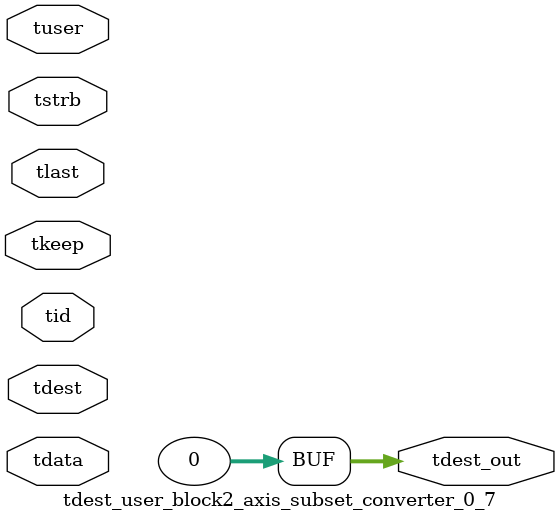
<source format=v>


`timescale 1ps/1ps

module tdest_user_block2_axis_subset_converter_0_7 #
(
parameter C_S_AXIS_TDATA_WIDTH = 32,
parameter C_S_AXIS_TUSER_WIDTH = 0,
parameter C_S_AXIS_TID_WIDTH   = 0,
parameter C_S_AXIS_TDEST_WIDTH = 0,
parameter C_M_AXIS_TDEST_WIDTH = 32
)
(
input  [(C_S_AXIS_TDATA_WIDTH == 0 ? 1 : C_S_AXIS_TDATA_WIDTH)-1:0     ] tdata,
input  [(C_S_AXIS_TUSER_WIDTH == 0 ? 1 : C_S_AXIS_TUSER_WIDTH)-1:0     ] tuser,
input  [(C_S_AXIS_TID_WIDTH   == 0 ? 1 : C_S_AXIS_TID_WIDTH)-1:0       ] tid,
input  [(C_S_AXIS_TDEST_WIDTH == 0 ? 1 : C_S_AXIS_TDEST_WIDTH)-1:0     ] tdest,
input  [(C_S_AXIS_TDATA_WIDTH/8)-1:0 ] tkeep,
input  [(C_S_AXIS_TDATA_WIDTH/8)-1:0 ] tstrb,
input                                                                    tlast,
output [C_M_AXIS_TDEST_WIDTH-1:0] tdest_out
);

assign tdest_out = {1'b0};

endmodule


</source>
